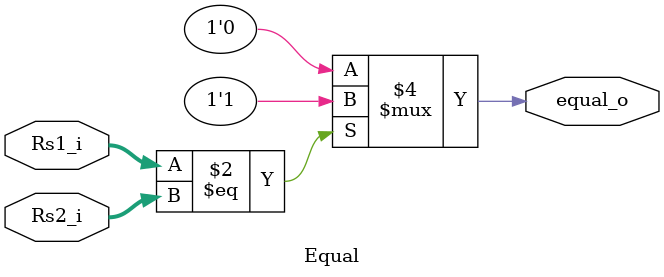
<source format=v>
module Equal(input signed [31:0] Rs1_i,
			 input signed [31:0] Rs2_i,
			 output reg          equal_o);
always @* begin
	if(Rs1_i == Rs2_i) begin
		equal_o = 1'b1;
	end
	else begin
		equal_o = 1'b0;
	end
end

endmodule
</source>
